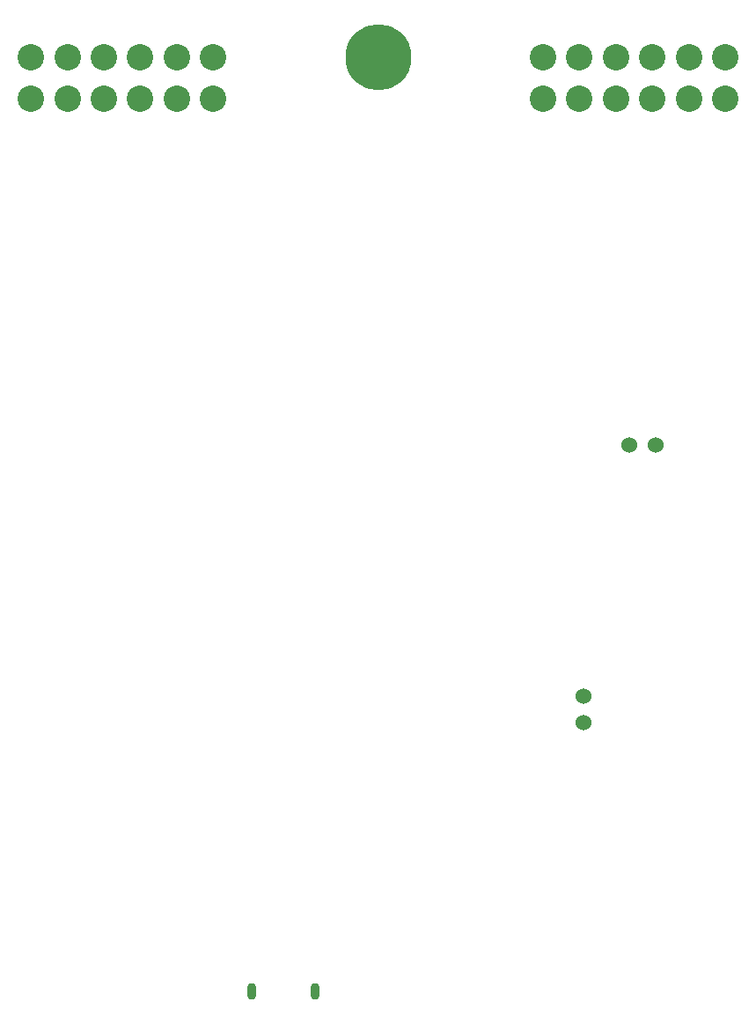
<source format=gbs>
G04 #@! TF.FileFunction,Soldermask,Bot*
%FSLAX46Y46*%
G04 Gerber Fmt 4.6, Leading zero omitted, Abs format (unit mm)*
G04 Created by KiCad (PCBNEW 4.0.4+dfsg1-stable) date Sun Apr 30 12:20:09 2017*
%MOMM*%
%LPD*%
G01*
G04 APERTURE LIST*
%ADD10C,0.150000*%
%ADD11C,1.524000*%
%ADD12C,2.540000*%
%ADD13C,6.350000*%
%ADD14O,0.900000X1.600000*%
G04 APERTURE END LIST*
D10*
D11*
X97230000Y-99520000D03*
X97230000Y-102060000D03*
X104215000Y-75390000D03*
X101675000Y-75390000D03*
D12*
X61625000Y-42100000D03*
X58125000Y-42100000D03*
X54625000Y-42100000D03*
X51125000Y-42100000D03*
X47625000Y-42100000D03*
X44125000Y-42100000D03*
X61625000Y-38100000D03*
X58125000Y-38100000D03*
X54625000Y-38100000D03*
X51125000Y-38100000D03*
X47625000Y-38100000D03*
X44125000Y-38100000D03*
X110875000Y-42100000D03*
X107375000Y-42100000D03*
X103875000Y-42100000D03*
X100375000Y-42100000D03*
X96875000Y-42100000D03*
X93375000Y-42100000D03*
X110875000Y-38100000D03*
X107375000Y-38100000D03*
X103875000Y-38100000D03*
X100375000Y-38100000D03*
X96875000Y-38100000D03*
X93375000Y-38100000D03*
D13*
X77500000Y-38100000D03*
D14*
X71451000Y-127841000D03*
X65351000Y-127841000D03*
M02*

</source>
